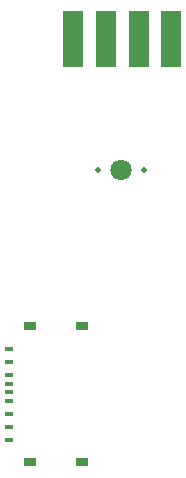
<source format=gbr>
G04 DipTrace 3.3.1.3*
G04 BottomPaste.gbr*
%MOIN*%
G04 #@! TF.FileFunction,Paste,Bot*
G04 #@! TF.Part,Single*
%ADD59C,0.019685*%
%ADD61C,0.070866*%
%ADD77R,0.070866X0.188976*%
%ADD79R,0.03937X0.029528*%
%ADD81R,0.031496X0.011811*%
%FSLAX26Y26*%
G04*
G70*
G90*
G75*
G01*
G04 BotPaste*
%LPD*%
D81*
X606201Y1274478D3*
Y1317785D3*
Y1361092D3*
Y1404399D3*
Y1433927D3*
Y1461486D3*
Y1491013D3*
Y1534320D3*
Y1577627D3*
D79*
X675098Y1199675D3*
Y1652430D3*
X850295Y1199675D3*
Y1652430D3*
D77*
X1146525Y2608683D3*
X1037470D3*
X928415D3*
X819360D3*
D61*
X980360Y2174521D3*
D59*
X903530Y2174692D3*
X1056386Y2174344D3*
M02*

</source>
